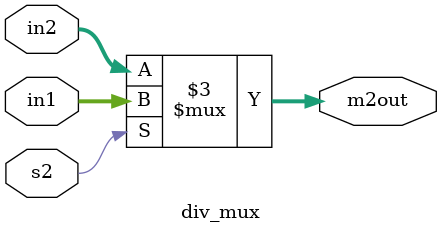
<source format=v>
`timescale 1ns / 1ps

module div_mux #(parameter Data_width = 4)(
input[Data_width-1:0] in1, in2, 
input s2,
output reg[Data_width-1:0] m2out);

always @ (in1, in2, s2)
begin
if (s2)  
    m2out = in1;
else
    m2out = in2;
end

endmodule 


</source>
